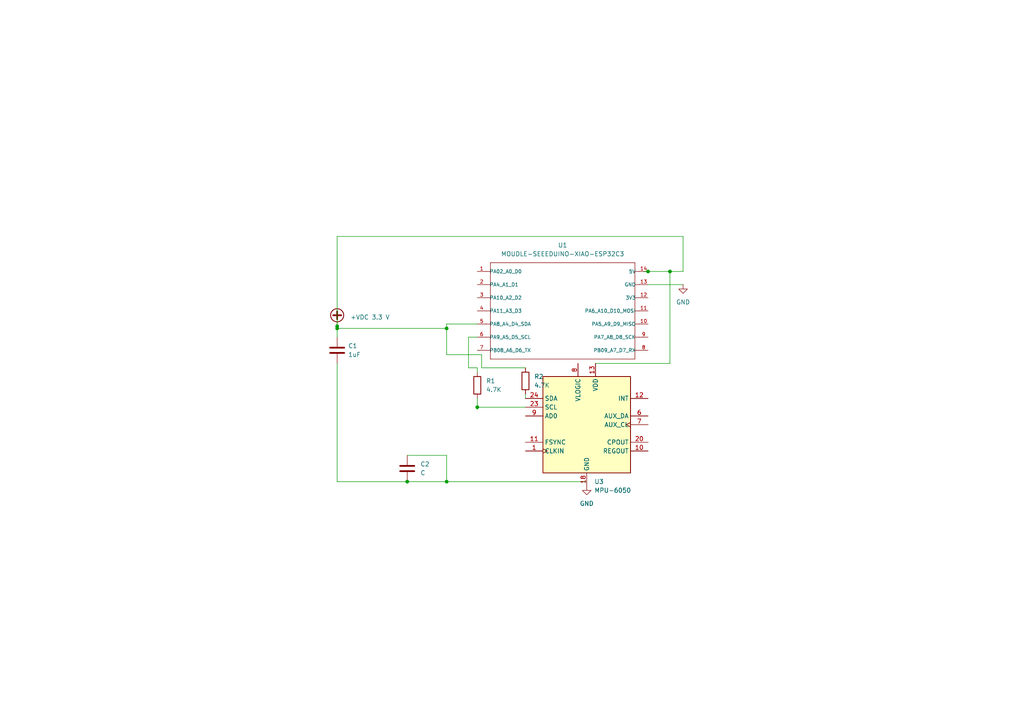
<source format=kicad_sch>
(kicad_sch (version 20231120) (generator "eeschema") (generator_version "8.0")
  (paper "A4")
  (lib_symbols
    (symbol "Device:C" (pin_numbers hide) (pin_names (offset 0.254))
      (property "Reference" "C" (at 0.635 2.54 0))
      (property "Value" "C" (at 0.635 -2.54 0))
      (symbol "C_0_1"
        (polyline (pts (xy -2.032 -0.762) (xy 2.032 -0.762)) (stroke (width 0.508)))
        (polyline (pts (xy -2.032 0.762) (xy 2.032 0.762)) (stroke (width 0.508)))
      )
      (symbol "C_1_1"
        (pin passive line (at 0 3.81 270) (length 2.794) (name "~") (number "1"))
        (pin passive line (at 0 -3.81 90) (length 2.794) (name "~") (number "2"))
      )
    )
    (symbol "Device:R" (pin_numbers hide) (pin_names (offset 0))
      (property "Reference" "R" (at 2.032 0 90))
      (property "Value" "R" (at 0 0 90))
      (symbol "R_0_1"
        (rectangle (start -1.016 -2.54) (end 1.016 2.54) (stroke (width 0.254)))
      )
      (symbol "R_1_1"
        (pin passive line (at 0 3.81 270) (length 1.27) (name "~") (number "1"))
        (pin passive line (at 0 -3.81 90) (length 1.27) (name "~") (number "2"))
      )
    )
    (symbol "MOUDLE-SEEEDUINO-XIAO-ESP32C3:MOUDLE-SEEEDUINO-XIAO-ESP32C3" (pin_names (offset 1.016))
      (property "Reference" "U" (at -21.59 15.24 0))
      (property "Value" "MOUDLE-SEEEDUINO-XIAO-ESP32C3" (at -21.59 13.97 0))
      (symbol "MOUDLE-SEEEDUINO-XIAO-ESP32C3_0_0"
        (polyline (pts (xy -21.59 -13.97) (xy -21.59 0)) (stroke (width 0.1524)))
        (polyline (pts (xy -21.59 -11.43) (xy -22.86 -11.43)) (stroke (width 0.1524)))
        (polyline (pts (xy -21.59 -7.62) (xy -22.86 -7.62)) (stroke (width 0.1524)))
        (polyline (pts (xy -21.59 -3.81) (xy -22.86 -3.81)) (stroke (width 0.1524)))
        (polyline (pts (xy -21.59 0) (xy -22.86 0)) (stroke (width 0.1524)))
        (polyline (pts (xy -21.59 0) (xy -21.59 3.81)) (stroke (width 0.1524)))
        (polyline (pts (xy -21.59 3.81) (xy -22.86 3.81)) (stroke (width 0.1524)))
        (polyline (pts (xy -21.59 3.81) (xy -21.59 7.62)) (stroke (width 0.1524)))
        (polyline (pts (xy -21.59 7.62) (xy -22.86 7.62)) (stroke (width 0.1524)))
        (polyline (pts (xy -21.59 7.62) (xy -21.59 11.43)) (stroke (width 0.1524)))
        (polyline (pts (xy -21.59 11.43) (xy -22.86 11.43)) (stroke (width 0.1524)))
        (polyline (pts (xy -21.59 11.43) (xy -21.59 13.97)) (stroke (width 0.1524)))
        (polyline (pts (xy -21.59 13.97) (xy 20.32 13.97)) (stroke (width 0.1524)))
        (polyline (pts (xy 20.32 -13.97) (xy -21.59 -13.97)) (stroke (width 0.1524)))
        (polyline (pts (xy 20.32 3.81) (xy 20.32 -13.97)) (stroke (width 0.1524)))
        (polyline (pts (xy 20.32 7.62) (xy 20.32 3.81)) (stroke (width 0.1524)))
        (polyline (pts (xy 20.32 11.43) (xy 20.32 7.62)) (stroke (width 0.1524)))
        (polyline (pts (xy 20.32 13.97) (xy 20.32 11.43)) (stroke (width 0.1524)))
        (polyline (pts (xy 21.59 -11.43) (xy 20.32 -11.43)) (stroke (width 0.1524)))
        (polyline (pts (xy 21.59 -7.62) (xy 20.32 -7.62)) (stroke (width 0.1524)))
        (polyline (pts (xy 21.59 -3.81) (xy 20.32 -3.81)) (stroke (width 0.1524)))
        (polyline (pts (xy 21.59 0) (xy 20.32 0)) (stroke (width 0.1524)))
        (polyline (pts (xy 21.59 3.81) (xy 20.32 3.81)) (stroke (width 0.1524)))
        (polyline (pts (xy 21.59 7.62) (xy 20.32 7.62)) (stroke (width 0.1524)))
        (polyline (pts (xy 21.59 11.43) (xy 20.32 11.43)) (stroke (width 0.1524)))
        (pin bidirectional line (at -25.4 11.43 0) (length 2.54) (name "PA02_A0_D0") (number "1"))
        (pin bidirectional line (at 24.13 -3.81 180) (length 2.54) (name "PA5_A9_D9_MISO") (number "10"))
        (pin bidirectional line (at 24.13 0 180) (length 2.54) (name "PA6_A10_D10_MOSI") (number "11"))
        (pin bidirectional line (at 24.13 3.81 180) (length 2.54) (name "3V3") (number "12"))
        (pin bidirectional line (at 24.13 7.62 180) (length 2.54) (name "GND") (number "13"))
        (pin bidirectional line (at 24.13 11.43 180) (length 2.54) (name "5V") (number "14"))
        (pin bidirectional line (at -25.4 7.62 0) (length 2.54) (name "PA4_A1_D1") (number "2"))
        (pin bidirectional line (at -25.4 3.81 0) (length 2.54) (name "PA10_A2_D2") (number "3"))
        (pin bidirectional line (at -25.4 0 0) (length 2.54) (name "PA11_A3_D3") (number "4"))
        (pin bidirectional line (at -25.4 -3.81 0) (length 2.54) (name "PA8_A4_D4_SDA") (number "5"))
        (pin bidirectional line (at -25.4 -7.62 0) (length 2.54) (name "PA9_A5_D5_SCL") (number "6"))
        (pin bidirectional line (at -25.4 -11.43 0) (length 2.54) (name "PB08_A6_D6_TX") (number "7"))
        (pin bidirectional line (at 24.13 -11.43 180) (length 2.54) (name "PB09_A7_D7_RX") (number "8"))
        (pin bidirectional line (at 24.13 -7.62 180) (length 2.54) (name "PA7_A8_D8_SCK") (number "9"))
      )
    )
    (symbol "Sensor_Motion:MPU-6050"
      (property "Reference" "U" (at -11.43 13.97 0))
      (property "Value" "MPU-6050" (at 7.62 -15.24 0))
      (symbol "MPU-6050_0_0"
        (text "" (at 12.7 -2.54 0) (effects (font (size 1.27 1.27))))
      )
      (symbol "MPU-6050_0_1"
        (rectangle (start -12.7 13.97) (end 12.7 -13.97) (stroke (width 0.254)) (fill (type background)))
      )
      (symbol "MPU-6050_1_1"
        (pin input clock (at -17.78 -7.62 0) (length 5.08) (name "CLKIN") (number "1"))
        (pin passive line (at 17.78 -7.62 180) (length 5.08) (name "REGOUT") (number "10"))
        (pin input line (at -17.78 -5.08 0) (length 5.08) (name "FSYNC") (number "11"))
        (pin output line (at 17.78 7.62 180) (length 5.08) (name "INT") (number "12"))
        (pin power_in line (at 2.54 17.78 270) (length 3.81) (name "VDD") (number "13"))
        (pin no_connect line (at -12.7 -10.16 0) (length 2.54) hide (name "NC") (number "14"))
        (pin no_connect line (at 12.7 12.7 180) (length 2.54) hide (name "NC") (number "15"))
        (pin no_connect line (at 12.7 10.16 180) (length 2.54) hide (name "NC") (number "16"))
        (pin no_connect line (at 12.7 5.08 180) (length 2.54) hide (name "NC") (number "17"))
        (pin power_in line (at 0 -17.78 90) (length 3.81) (name "GND") (number "18"))
        (pin no_connect line (at 12.7 -10.16 180) (length 2.54) hide (name "RESV") (number "19"))
        (pin no_connect line (at -12.7 12.7 0) (length 2.54) hide (name "NC") (number "2"))
        (pin passive line (at 17.78 -5.08 180) (length 5.08) (name "CPOUT") (number "20"))
        (pin no_connect line (at 12.7 -2.54 180) (length 2.54) hide (name "RESV") (number "21"))
        (pin no_connect line (at 12.7 -12.7 180) (length 2.54) hide (name "RESV") (number "22"))
        (pin input line (at -17.78 5.08 0) (length 5.08) (name "SCL") (number "23"))
        (pin bidirectional line (at -17.78 7.62 0) (length 5.08) (name "SDA") (number "24"))
        (pin no_connect line (at -12.7 10.16 0) (length 2.54) hide (name "NC") (number "3"))
        (pin no_connect line (at -12.7 0 0) (length 2.54) hide (name "NC") (number "4"))
        (pin no_connect line (at -12.7 -2.54 0) (length 2.54) hide (name "NC") (number "5"))
        (pin bidirectional line (at 17.78 2.54 180) (length 5.08) (name "AUX_DA") (number "6"))
        (pin output clock (at 17.78 0 180) (length 5.08) (name "AUX_CL") (number "7"))
        (pin power_in line (at -2.54 17.78 270) (length 3.81) (name "VLOGIC") (number "8"))
        (pin input line (at -17.78 2.54 0) (length 5.08) (name "AD0") (number "9"))
      )
    )
    (symbol "power:+VDC" (power) (pin_names (offset 0))
      (property "Value" "+VDC" (at 0 6.35 0))
      (symbol "+VDC_0_1"
        (polyline (pts (xy -1.143 3.175) (xy 1.143 3.175)) (stroke (width 0.508)))
        (polyline (pts (xy 0 0) (xy 0 1.27)))
        (polyline (pts (xy 0 2.032) (xy 0 4.318)) (stroke (width 0.508)))
        (circle (center 0 3.175) (radius 1.905) (stroke (width 0.254)))
      )
      (symbol "+VDC_1_1"
        (pin power_in line (at 0 0 90) (length 0) hide (name "+VDC") (number "1"))
      )
    )
    (symbol "power:GND" (power) (pin_numbers hide) (pin_names (offset 0) hide)
      (property "Value" "GND" (at 0 -3.81 0))
      (symbol "GND_0_1"
        (polyline (pts (xy 0 0) (xy 0 -1.27) (xy 1.27 -1.27) (xy 0 -2.54) (xy -1.27 -1.27) (xy 0 -1.27)))
      )
      (symbol "GND_1_1"
        (pin power_in line (at 0 0 270) (length 0) (name "~") (number "1"))
      )
    )
  )
  (junction (at 187.96 78.74))
  (junction (at 138.43 118.11))
  (junction (at 129.54 95.25))
  (junction (at 97.79 95.25))
  (junction (at 129.54 139.7))
  (junction (at 118.11 139.7))
  (junction (at 194.31 78.74))
  (junction (at 97.79 94.615))
  (wire (pts (xy 194.31 78.74) (xy 194.31 105.41)))
  (wire (pts (xy 97.79 95.25) (xy 97.79 97.79)))
  (wire (pts (xy 194.31 78.74) (xy 198.12 78.74)))
  (wire (pts (xy 186.69 78.74) (xy 187.96 78.74)))
  (wire (pts (xy 139.7 106.68) (xy 139.7 102.87)))
  (wire (pts (xy 129.54 102.87) (xy 129.54 95.25)))
  (wire (pts (xy 135.89 106.68) (xy 135.89 97.79)))
  (wire (pts (xy 152.4 114.3) (xy 152.4 115.57)))
  (wire (pts (xy 129.54 139.7) (xy 170.18 139.7)))
  (wire (pts (xy 198.12 68.58) (xy 198.12 78.74)))
  (wire (pts (xy 139.7 102.87) (xy 129.54 102.87)))
  (wire (pts (xy 187.96 82.55) (xy 198.12 82.55)))
  (wire (pts (xy 135.89 97.79) (xy 138.43 97.79)))
  (wire (pts (xy 139.7 106.68) (xy 152.4 106.68)))
  (wire (pts (xy 138.43 106.68) (xy 135.89 106.68)))
  (wire (pts (xy 172.72 105.41) (xy 194.31 105.41)))
  (wire (pts (xy 129.54 95.25) (xy 129.54 93.98)))
  (wire (pts (xy 97.79 68.58) (xy 97.79 94.615)))
  (wire (pts (xy 97.79 105.41) (xy 97.79 139.7)))
  (wire (pts (xy 129.54 132.08) (xy 129.54 139.7)))
  (wire (pts (xy 97.79 94.615) (xy 97.79 95.25)))
  (wire (pts (xy 97.79 68.58) (xy 198.12 68.58)))
  (wire (pts (xy 138.43 115.57) (xy 138.43 118.11)))
  (wire (pts (xy 138.43 106.68) (xy 138.43 107.95)))
  (wire (pts (xy 138.43 118.11) (xy 138.43 118.745)))
  (wire (pts (xy 129.54 93.98) (xy 138.43 93.98)))
  (wire (pts (xy 97.79 95.25) (xy 129.54 95.25)))
  (wire (pts (xy 97.79 139.7) (xy 118.11 139.7)))
  (wire (pts (xy 118.11 132.08) (xy 129.54 132.08)))
  (wire (pts (xy 152.4 118.11) (xy 138.43 118.11)))
  (wire (pts (xy 118.11 139.7) (xy 129.54 139.7)))
  (wire (pts (xy 187.96 78.74) (xy 194.31 78.74)))
  (symbol (lib_id "Device:C") (at 97.79 101.6 180) (unit 1)
    (property "Reference" "C1" (at 100.965 100.33 0) (effects (justify right)))
    (property "Value" "1uF" (at 100.965 102.87 0) (effects (justify right)))
    (property "Footprint" "Capacitor_SMD:C_0402_1005Metric_Pad0.74x0.62mm_HandSolder" (effects (hide yes)))
  )
  (symbol (lib_id "Sensor_Motion:MPU-6050") (at 170.18 123.19 0) (unit 1)
    (property "Reference" "U3" (at 172.3741 139.7 0) (effects (justify left)))
    (property "Value" "MPU-6050" (at 172.3741 142.24 0) (effects (justify left)))
    (property "Footprint" "Sensor_Motion:InvenSense_QFN-24_4x4mm_P0.5mm" (effects (hide yes)))
    (property "Datasheet" "https://invensense.tdk.com/wp-content/uploads/2015/02/MPU-6000-Datasheet1.pdf" (effects (hide yes)))
    (property "Description" "InvenSense 6-Axis Motion Sensor, Gyroscope, Accelerometer, I2C" (effects (hide yes)))
  )
  (symbol (lib_id "Device:C") (at 118.11 135.89 0) (unit 1)
    (property "Reference" "C2" (at 121.92 134.6199 0) (effects (justify left)))
    (property "Value" "C" (at 121.92 137.1599 0) (effects (justify left)))
    (property "Description" "Unpolarized capacitor" (effects (hide yes)))
  )
  (symbol (lib_id "Device:R") (at 138.43 111.76 0) (unit 1)
    (property "Reference" "R1" (at 140.97 110.4899 0) (effects (justify left)))
    (property "Value" "4.7K" (at 140.97 113.0299 0) (effects (justify left)))
    (property "Description" "Resistor" (effects (hide yes)))
  )
  (symbol (lib_id "MOUDLE-SEEEDUINO-XIAO-ESP32C3:MOUDLE-SEEEDUINO-XIAO-ESP32C3") (at 163.83 90.17 0) (unit 1)
    (property "Reference" "U1" (at 163.195 71.12 0))
    (property "Value" "MOUDLE-SEEEDUINO-XIAO-ESP32C3" (at 163.195 73.66 0))
    (property "Footprint" "MOUDLE14P-SMD-2.54-21X17.8MM" (effects (hide yes)))
  )
  (symbol (lib_id "power:GND") (at 170.18 140.97 0) (unit 1)
    (property "Reference" "#PWR05" (effects (hide yes)))
    (property "Value" "GND" (at 170.18 146.05 0))
    (property "Description" "Power symbol creates a global label with name \"GND\" , ground" (effects (hide yes)))
  )
  (symbol (lib_id "power:+VDC") (at 97.79 94.615 0) (unit 1)
    (property "Reference" "#PWR03" (effects (hide yes)))
    (property "Value" "+VDC 3.3 V" (at 101.6 92.0114 0) (effects (justify left)))
  )
  (symbol (lib_id "Device:R") (at 152.4 110.49 0) (unit 1)
    (property "Reference" "R2" (at 154.94 109.2199 0) (effects (justify left)))
    (property "Value" "4.7K" (at 154.94 111.7599 0) (effects (justify left)))
    (property "Description" "Resistor" (effects (hide yes)))
  )
  (symbol (lib_id "power:GND") (at 198.12 82.55 0) (unit 1)
    (property "Reference" "#PWR04" (effects (hide yes)))
    (property "Value" "GND" (at 198.12 87.63 0))
    (property "Description" "Power symbol creates a global label with name \"GND\" , ground" (effects (hide yes)))
  )
)
</source>
